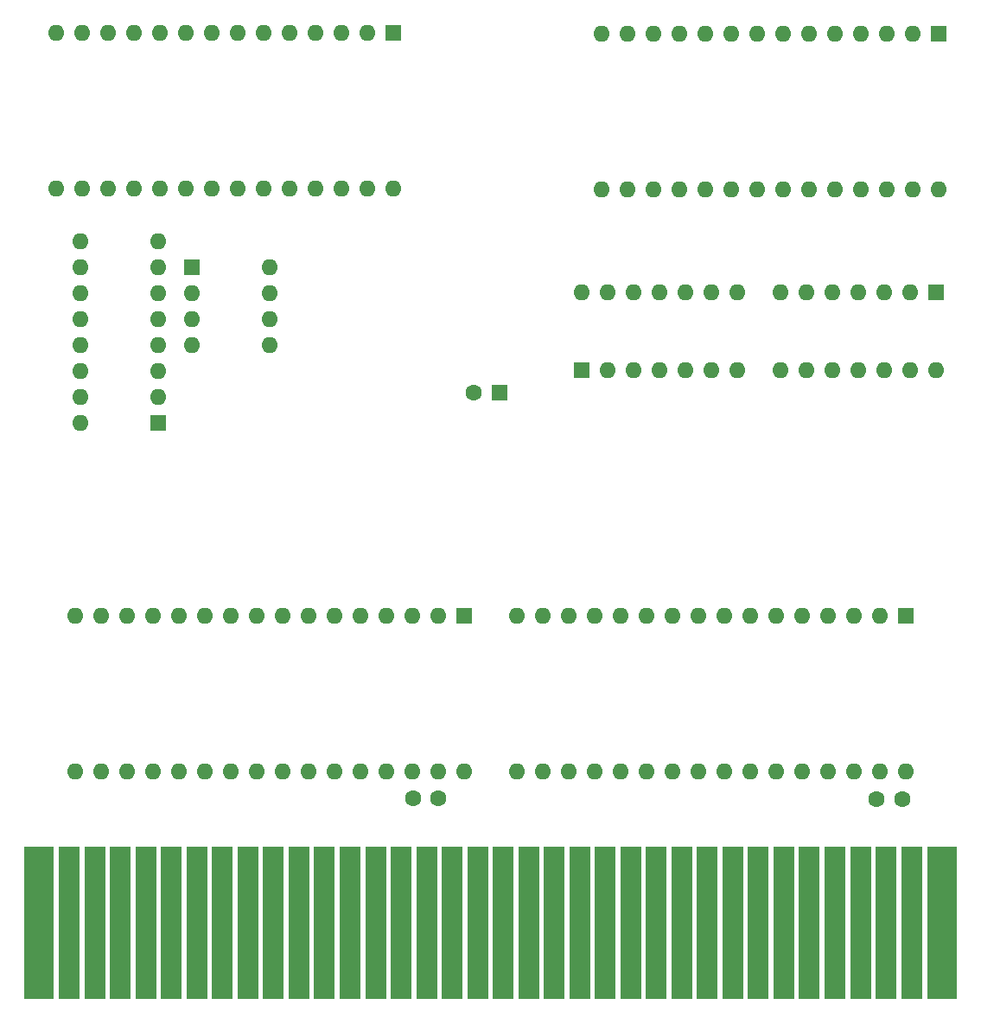
<source format=gbr>
%TF.GenerationSoftware,KiCad,Pcbnew,(7.0.0)*%
%TF.CreationDate,2023-04-12T15:17:59+10:00*%
%TF.ProjectId,AS-NES-Mapper472,41532d4e-4553-42d4-9d61-707065723437,rev?*%
%TF.SameCoordinates,Original*%
%TF.FileFunction,Soldermask,Bot*%
%TF.FilePolarity,Negative*%
%FSLAX46Y46*%
G04 Gerber Fmt 4.6, Leading zero omitted, Abs format (unit mm)*
G04 Created by KiCad (PCBNEW (7.0.0)) date 2023-04-12 15:17:59*
%MOMM*%
%LPD*%
G01*
G04 APERTURE LIST*
%ADD10C,1.600000*%
%ADD11R,1.600000X1.600000*%
%ADD12O,1.600000X1.600000*%
%ADD13R,3.000000X15.000000*%
%ADD14R,2.000000X15.000000*%
G04 APERTURE END LIST*
D10*
%TO.C,C2*%
X142850000Y-127770000D03*
X140350000Y-127770000D03*
%TD*%
D11*
%TO.C,U2*%
X100006699Y-109889999D03*
D12*
X97466699Y-109889999D03*
X94926699Y-109889999D03*
X92386699Y-109889999D03*
X89846699Y-109889999D03*
X87306699Y-109889999D03*
X84766699Y-109889999D03*
X82226699Y-109889999D03*
X79686699Y-109889999D03*
X77146699Y-109889999D03*
X74606699Y-109889999D03*
X72066699Y-109889999D03*
X69526699Y-109889999D03*
X66986699Y-109889999D03*
X64446699Y-109889999D03*
X61906699Y-109889999D03*
X61906699Y-125129999D03*
X64446699Y-125129999D03*
X66986699Y-125129999D03*
X69526699Y-125129999D03*
X72066699Y-125129999D03*
X74606699Y-125129999D03*
X77146699Y-125129999D03*
X79686699Y-125129999D03*
X82226699Y-125129999D03*
X84766699Y-125129999D03*
X87306699Y-125129999D03*
X89846699Y-125129999D03*
X92386699Y-125129999D03*
X94926699Y-125129999D03*
X97466699Y-125129999D03*
X100006699Y-125129999D03*
%TD*%
D13*
%TO.C,J1*%
X146786599Y-139928599D03*
D14*
X143786599Y-139903599D03*
X141286599Y-139903599D03*
X138786599Y-139903599D03*
X136286599Y-139903599D03*
X133786599Y-139903599D03*
X131286599Y-139903599D03*
X128786599Y-139903599D03*
X126286599Y-139903599D03*
X123786599Y-139928599D03*
X121286599Y-139878599D03*
X118786599Y-139928599D03*
X116286599Y-139903599D03*
X113786599Y-139928599D03*
X111286599Y-139928599D03*
X108786599Y-139903599D03*
X106286599Y-139878599D03*
X103786599Y-139903599D03*
X101286599Y-139903599D03*
X98786599Y-139903599D03*
X96286599Y-139903599D03*
X93786599Y-139903599D03*
X91286599Y-139878599D03*
X88786599Y-139878599D03*
X86286599Y-139903599D03*
X83786599Y-139903599D03*
X81286599Y-139903599D03*
X78786599Y-139928599D03*
X76286599Y-139928599D03*
X73786599Y-139903599D03*
X71286599Y-139878599D03*
X68786599Y-139878599D03*
X66286599Y-139878599D03*
X63786599Y-139878599D03*
X61286599Y-139903599D03*
D13*
X58286599Y-139903599D03*
%TD*%
D11*
%TO.C,U5*%
X69969999Y-90959999D03*
D12*
X69969999Y-88419999D03*
X69969999Y-85879999D03*
X69969999Y-83339999D03*
X69969999Y-80799999D03*
X69969999Y-78259999D03*
X69969999Y-75719999D03*
X69969999Y-73179999D03*
X62349999Y-73179999D03*
X62349999Y-75719999D03*
X62349999Y-78259999D03*
X62349999Y-80799999D03*
X62349999Y-83339999D03*
X62349999Y-85879999D03*
X62349999Y-88419999D03*
X62349999Y-90959999D03*
%TD*%
D11*
%TO.C,C1*%
X103405112Y-88029999D03*
D10*
X100905113Y-88030000D03*
%TD*%
D11*
%TO.C,U1*%
X143249999Y-109889999D03*
D12*
X140709999Y-109889999D03*
X138169999Y-109889999D03*
X135629999Y-109889999D03*
X133089999Y-109889999D03*
X130549999Y-109889999D03*
X128009999Y-109889999D03*
X125469999Y-109889999D03*
X122929999Y-109889999D03*
X120389999Y-109889999D03*
X117849999Y-109889999D03*
X115309999Y-109889999D03*
X112769999Y-109889999D03*
X110229999Y-109889999D03*
X107689999Y-109889999D03*
X105149999Y-109889999D03*
X105149999Y-125129999D03*
X107689999Y-125129999D03*
X110229999Y-125129999D03*
X112769999Y-125129999D03*
X115309999Y-125129999D03*
X117849999Y-125129999D03*
X120389999Y-125129999D03*
X122929999Y-125129999D03*
X125469999Y-125129999D03*
X128009999Y-125129999D03*
X130549999Y-125129999D03*
X133089999Y-125129999D03*
X135629999Y-125129999D03*
X138169999Y-125129999D03*
X140709999Y-125129999D03*
X143249999Y-125129999D03*
%TD*%
D11*
%TO.C,U4*%
X146214999Y-78209999D03*
D12*
X143674999Y-78209999D03*
X141134999Y-78209999D03*
X138594999Y-78209999D03*
X136054999Y-78209999D03*
X133514999Y-78209999D03*
X130974999Y-78209999D03*
X130974999Y-85829999D03*
X133514999Y-85829999D03*
X136054999Y-85829999D03*
X138594999Y-85829999D03*
X141134999Y-85829999D03*
X143674999Y-85829999D03*
X146214999Y-85829999D03*
%TD*%
D10*
%TO.C,C3*%
X97440000Y-127720000D03*
X94940000Y-127720000D03*
%TD*%
D11*
%TO.C,U10*%
X146459999Y-52884999D03*
D12*
X143919999Y-52884999D03*
X141379999Y-52884999D03*
X138839999Y-52884999D03*
X136299999Y-52884999D03*
X133759999Y-52884999D03*
X131219999Y-52884999D03*
X128679999Y-52884999D03*
X126139999Y-52884999D03*
X123599999Y-52884999D03*
X121059999Y-52884999D03*
X118519999Y-52884999D03*
X115979999Y-52884999D03*
X113439999Y-52884999D03*
X113439999Y-68124999D03*
X115979999Y-68124999D03*
X118519999Y-68124999D03*
X121059999Y-68124999D03*
X123599999Y-68124999D03*
X126139999Y-68124999D03*
X128679999Y-68124999D03*
X131219999Y-68124999D03*
X133759999Y-68124999D03*
X136299999Y-68124999D03*
X138839999Y-68124999D03*
X141379999Y-68124999D03*
X143919999Y-68124999D03*
X146459999Y-68124999D03*
%TD*%
D11*
%TO.C,U6*%
X73259999Y-75719999D03*
D12*
X73259999Y-78259999D03*
X73259999Y-80799999D03*
X73259999Y-83339999D03*
X80879999Y-83339999D03*
X80879999Y-80799999D03*
X80879999Y-78259999D03*
X80879999Y-75719999D03*
%TD*%
D11*
%TO.C,U9*%
X93039999Y-52754999D03*
D12*
X90499999Y-52754999D03*
X87959999Y-52754999D03*
X85419999Y-52754999D03*
X82879999Y-52754999D03*
X80339999Y-52754999D03*
X77799999Y-52754999D03*
X75259999Y-52754999D03*
X72719999Y-52754999D03*
X70179999Y-52754999D03*
X67639999Y-52754999D03*
X65099999Y-52754999D03*
X62559999Y-52754999D03*
X60019999Y-52754999D03*
X60019999Y-67994999D03*
X62559999Y-67994999D03*
X65099999Y-67994999D03*
X67639999Y-67994999D03*
X70179999Y-67994999D03*
X72719999Y-67994999D03*
X75259999Y-67994999D03*
X77799999Y-67994999D03*
X80339999Y-67994999D03*
X82879999Y-67994999D03*
X85419999Y-67994999D03*
X87959999Y-67994999D03*
X90499999Y-67994999D03*
X93039999Y-67994999D03*
%TD*%
D11*
%TO.C,U11*%
X111474999Y-85779999D03*
D12*
X114014999Y-85779999D03*
X116554999Y-85779999D03*
X119094999Y-85779999D03*
X121634999Y-85779999D03*
X124174999Y-85779999D03*
X126714999Y-85779999D03*
X126714999Y-78159999D03*
X124174999Y-78159999D03*
X121634999Y-78159999D03*
X119094999Y-78159999D03*
X116554999Y-78159999D03*
X114014999Y-78159999D03*
X111474999Y-78159999D03*
%TD*%
M02*

</source>
